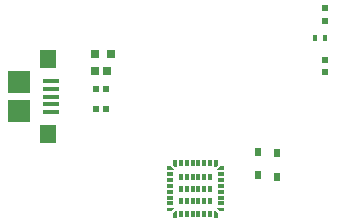
<source format=gtp>
G04*
G04 #@! TF.GenerationSoftware,Altium Limited,Altium Designer,19.0.14 (431)*
G04*
G04 Layer_Color=8421504*
%FSLAX43Y43*%
%MOMM*%
G71*
G01*
G75*
%ADD13R,0.300X0.600*%
%ADD14R,0.600X0.300*%
%ADD15R,0.300X0.600*%
%ADD16R,0.500X0.800*%
%ADD17R,0.600X0.600*%
%ADD18R,0.450X0.550*%
%ADD19R,0.650X0.700*%
%ADD20R,0.720X0.720*%
%ADD21R,0.620X0.620*%
%ADD22R,1.350X0.400*%
%ADD23R,1.900X1.900*%
%ADD24R,1.400X1.600*%
G36*
X14400Y2775D02*
Y2675D01*
X14200Y2475D01*
X13800D01*
Y2775D01*
X14400Y2775D01*
D02*
G37*
G36*
X14650Y1925D02*
X14350D01*
Y2325D01*
X14550Y2525D01*
X14650D01*
X14650Y1925D01*
D02*
G37*
G36*
X14650Y6225D02*
X14550D01*
X14350Y6425D01*
X14351Y6825D01*
X14649D01*
X14650Y6225D01*
D02*
G37*
G36*
X14400Y6075D02*
Y5975D01*
X13800Y5975D01*
Y6275D01*
X14200D01*
X14400Y6075D01*
D02*
G37*
G36*
X18700Y2475D02*
X18300D01*
X18100Y2675D01*
Y2775D01*
X18700Y2775D01*
Y2475D01*
D02*
G37*
G36*
X18150Y2325D02*
Y1925D01*
X17850D01*
X17850Y2525D01*
X17950D01*
X18150Y2325D01*
D02*
G37*
G36*
Y6425D02*
X17950Y6225D01*
X17850D01*
X17850Y6825D01*
X18150D01*
Y6425D01*
D02*
G37*
G36*
X18700Y5975D02*
X18100Y5975D01*
Y6075D01*
X18300Y6275D01*
X18700D01*
Y5975D01*
D02*
G37*
D13*
X15000Y4375D02*
D03*
Y3375D02*
D03*
Y5375D02*
D03*
X15500Y4375D02*
D03*
Y5375D02*
D03*
Y3375D02*
D03*
X17000Y4375D02*
D03*
Y3375D02*
D03*
Y5375D02*
D03*
X17500Y4375D02*
D03*
Y5375D02*
D03*
Y3375D02*
D03*
X16500Y3375D02*
D03*
Y5375D02*
D03*
Y4375D02*
D03*
X16000Y5375D02*
D03*
Y3375D02*
D03*
Y4375D02*
D03*
D14*
X14100Y3125D02*
D03*
X14100Y3625D02*
D03*
X14100Y4125D02*
D03*
Y4625D02*
D03*
X14100Y5125D02*
D03*
Y5625D02*
D03*
X18400Y3125D02*
D03*
X18400Y3625D02*
D03*
X18400Y4125D02*
D03*
Y4625D02*
D03*
X18400Y5125D02*
D03*
Y5625D02*
D03*
D15*
X15000Y2225D02*
D03*
X15500Y2225D02*
D03*
X16000Y2225D02*
D03*
X16500D02*
D03*
X17000Y2225D02*
D03*
X17500D02*
D03*
X17500Y6525D02*
D03*
X17000D02*
D03*
X16500Y6525D02*
D03*
X16000D02*
D03*
X15500Y6525D02*
D03*
X15000Y6525D02*
D03*
D16*
X21500Y5500D02*
D03*
Y7500D02*
D03*
X23125Y7375D02*
D03*
Y5375D02*
D03*
D17*
X27250Y14225D02*
D03*
Y15275D02*
D03*
Y18600D02*
D03*
Y19650D02*
D03*
D18*
Y17125D02*
D03*
X26350D02*
D03*
D19*
X7759Y15750D02*
D03*
X9109D02*
D03*
D20*
X8750Y14325D02*
D03*
X7750D02*
D03*
D21*
X8700Y12825D02*
D03*
X7800D02*
D03*
X8700Y11125D02*
D03*
X7800D02*
D03*
D22*
X4000Y13475D02*
D03*
Y12825D02*
D03*
Y12175D02*
D03*
Y11525D02*
D03*
Y10875D02*
D03*
D23*
X1325Y13375D02*
D03*
Y10975D02*
D03*
D24*
X3775Y15375D02*
D03*
Y8975D02*
D03*
M02*

</source>
